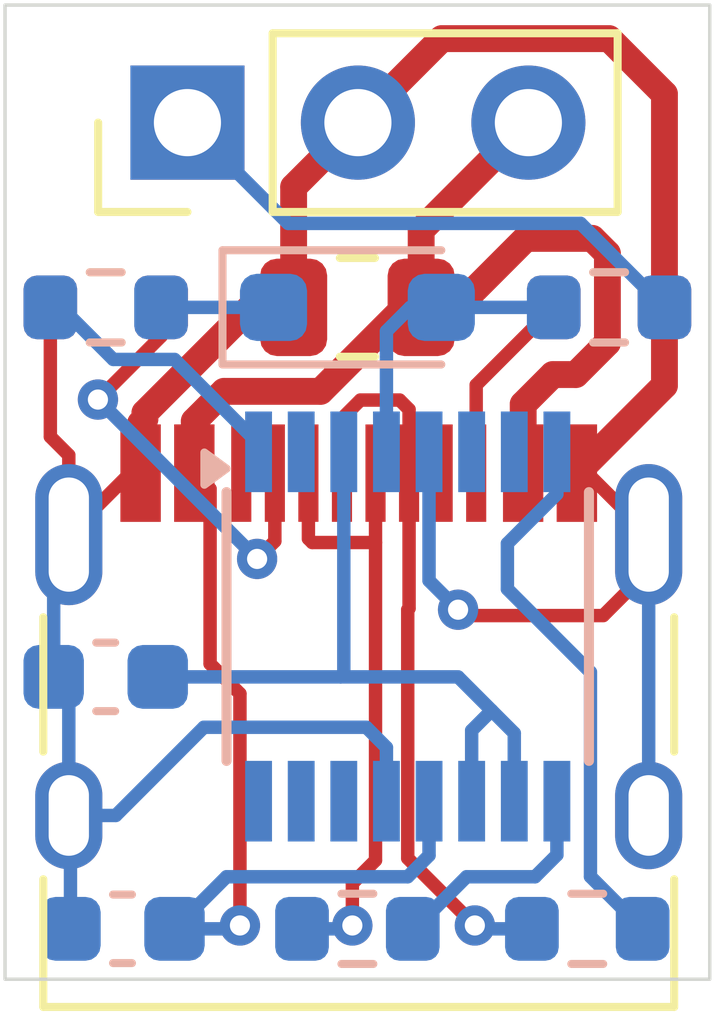
<source format=kicad_pcb>
(kicad_pcb (version 20240108) (generator "pcbnew") (generator_version "8.0")
  (layers (0 "F.Cu" signal) (31 "B.Cu" signal) (34 "B.Paste" user) (35 "F.Paste" user) (36 "B.SilkS" user "B.Silkscreen") (37 "F.SilkS" user "F.Silkscreen") (38 "B.Mask" user) (39 "F.Mask" user) (44 "Edge.Cuts" user))
  (net 0 "")
  (net 9 "GND")
  (net 10 "+3V3")
  (net 11 "+5V")
  (net 12 "Net-(D1-A)")
  (net 13 "Net-(D1-K)")
  (net 14 "Net-(J1-D+-PadA6)")
  (net 15 "Net-(J1-CC2)")
  (net 16 "Net-(J1-D--PadA7)")
  (net 17 "Net-(J1-CC1)")
  (net 18 "/UPDI")
  (net 19 "Net-(U1-USBDM)")
  (net 20 "Net-(U1-USBDP)")
  (net 21 "Net-(U1-TXD)")
  (footprint "Resistor_SMD:R_0603_1608Metric" (layer "F.Cu") (at 99.75 79)
    (property "Reference" "R2" (hide yes))
    (property "Value" "5K1" (hide yes))
    (fp_line (start -0.237258 -0.5225) (end 0.237258 -0.5225) (stroke (width 0.12)) (layer "F.SilkS"))
    (fp_line (start -0.237258 0.5225) (end 0.237258 0.5225) (stroke (width 0.12)) (layer "F.SilkS"))
    (pad "1" smd roundrect (at -0.825 0) (size 0.8 0.95) (layers "F.Cu" "F.Paste" "F.Mask") (net 15 "Net-(J1-CC2)"))
    (pad "2" smd roundrect (at 0.825 0) (size 0.8 0.95) (layers "F.Cu" "F.Paste" "F.Mask") (net 9 "GND"))
  )
  (footprint "Connector_USB:USB_C_Receptacle_HRO_TYPE-C-31-M-12" (layer "F.Cu") (at 96.02 85.5125)
    (property "Reference" "J1" (hide yes))
    (property "Value" "USB_C_Receptacle_USB2.0_16P" (hide yes))
    (fp_line (start -4.7 -1.9) (end -4.7 0.1) (stroke (width 0.12)) (layer "F.SilkS"))
    (fp_line (start -4.7 2) (end -4.7 3.9) (stroke (width 0.12)) (layer "F.SilkS"))
    (fp_line (start -4.7 3.9) (end 4.7 3.9) (stroke (width 0.12)) (layer "F.SilkS"))
    (fp_line (start 4.7 -1.9) (end 4.7 0.1) (stroke (width 0.12)) (layer "F.SilkS"))
    (fp_line (start 4.7 2) (end 4.7 3.9) (stroke (width 0.12)) (layer "F.SilkS"))
    (pad "" np_thru_hole circle (at -2.89 -2.6) (size 0.65 0.65) (drill 0.65) (layers "*.Cu" "*.Mask"))
    (pad "" np_thru_hole circle (at 2.89 -2.6) (size 0.65 0.65) (drill 0.65) (layers "*.Cu" "*.Mask"))
    (pad "A1" smd rect (at -3.25 -4.045) (size 0.6 1.45) (layers "F.Cu" "F.Paste" "F.Mask") (net 9 "GND"))
    (pad "A4" smd rect (at -2.45 -4.045) (size 0.6 1.45) (layers "F.Cu" "F.Paste" "F.Mask") (net 11 "+5V"))
    (pad "A5" smd rect (at -1.25 -4.045) (size 0.3 1.45) (layers "F.Cu" "F.Paste" "F.Mask") (net 17 "Net-(J1-CC1)"))
    (pad "A6" smd rect (at -0.25 -4.045) (size 0.3 1.45) (layers "F.Cu" "F.Paste" "F.Mask") (net 14 "Net-(J1-D+-PadA6)"))
    (pad "A7" smd rect (at 0.25 -4.045) (size 0.3 1.45) (layers "F.Cu" "F.Paste" "F.Mask") (net 16 "Net-(J1-D--PadA7)"))
    (pad "A8" smd rect (at 1.25 -4.045) (size 0.3 1.45) (layers "F.Cu" "F.Paste" "F.Mask"))
    (pad "A9" smd rect (at 2.45 -4.045) (size 0.6 1.45) (layers "F.Cu" "F.Paste" "F.Mask") (net 11 "+5V"))
    (pad "A12" smd rect (at 3.25 -4.045) (size 0.6 1.45) (layers "F.Cu" "F.Paste" "F.Mask") (net 9 "GND"))
    (pad "B1" smd rect (at 3.25 -4.045) (size 0.6 1.45) (layers "F.Cu" "F.Paste" "F.Mask") (net 9 "GND"))
    (pad "B4" smd rect (at 2.45 -4.045) (size 0.6 1.45) (layers "F.Cu" "F.Paste" "F.Mask") (net 11 "+5V"))
    (pad "B5" smd rect (at 1.75 -4.045) (size 0.3 1.45) (layers "F.Cu" "F.Paste" "F.Mask") (net 15 "Net-(J1-CC2)"))
    (pad "B6" smd rect (at 0.75 -4.045) (size 0.3 1.45) (layers "F.Cu" "F.Paste" "F.Mask") (net 14 "Net-(J1-D+-PadA6)"))
    (pad "B7" smd rect (at -0.75 -4.045) (size 0.3 1.45) (layers "F.Cu" "F.Paste" "F.Mask") (net 16 "Net-(J1-D--PadA7)"))
    (pad "B8" smd rect (at -1.75 -4.045) (size 0.3 1.45) (layers "F.Cu" "F.Paste" "F.Mask"))
    (pad "B9" smd rect (at -2.45 -4.045) (size 0.6 1.45) (layers "F.Cu" "F.Paste" "F.Mask") (net 11 "+5V"))
    (pad "B12" smd rect (at -3.25 -4.045) (size 0.6 1.45) (layers "F.Cu" "F.Paste" "F.Mask") (net 9 "GND"))
    (pad "S1" thru_hole oval (at -4.32 -3.13) (size 1 2.1) (drill oval 0.6 1.7) (layers "*.Cu" "*.Mask") (net 9 "GND"))
    (pad "S1" thru_hole oval (at -4.32 1.05) (size 1 1.6) (drill oval 0.6 1.2) (layers "*.Cu" "*.Mask") (net 9 "GND"))
    (pad "S1" thru_hole oval (at 4.32 -3.13) (size 1 2.1) (drill oval 0.6 1.7) (layers "*.Cu" "*.Mask") (net 9 "GND"))
    (pad "S1" thru_hole oval (at 4.32 1.05) (size 1 1.6) (drill oval 0.6 1.2) (layers "*.Cu" "*.Mask") (net 9 "GND"))
  )
  (footprint "Resistor_SMD:R_0603_1608Metric" (layer "F.Cu") (at 92.25 79 180)
    (property "Reference" "R1" (hide yes))
    (property "Value" "5K1" (hide yes))
    (fp_line (start -0.237258 0.5225) (end 0.237258 0.5225) (stroke (width 0.12)) (layer "F.SilkS"))
    (fp_line (start -0.237258 -0.5225) (end 0.237258 -0.5225) (stroke (width 0.12)) (layer "F.SilkS"))
    (pad "1" smd roundrect (at -0.825 0 180) (size 0.8 0.95) (layers "F.Cu" "F.Paste" "F.Mask") (net 17 "Net-(J1-CC1)"))
    (pad "2" smd roundrect (at 0.825 0 180) (size 0.8 0.95) (layers "F.Cu" "F.Paste" "F.Mask") (net 9 "GND"))
  )
  (footprint "Connector_PinHeader_2.54mm:PinHeader_1x03_P2.54mm_Vertical" (layer "F.Cu") (at 93.467657 76.25 90)
    (property "Reference" "J2" (hide yes))
    (property "Value" "Conn_01x03_Pin" (hide yes))
    (fp_line (start -1.33 -1.33) (end 0 -1.33) (stroke (width 0.12)) (layer "F.SilkS"))
    (fp_line (start -1.33 0) (end -1.33 -1.33) (stroke (width 0.12)) (layer "F.SilkS"))
    (fp_line (start 1.33 1.270001) (end 1.33 6.409999) (stroke (width 0.12)) (layer "F.SilkS"))
    (fp_line (start -1.33 1.270001) (end 1.33 1.270001) (stroke (width 0.12)) (layer "F.SilkS"))
    (fp_line (start -1.33 1.270001) (end -1.33 6.409999) (stroke (width 0.12)) (layer "F.SilkS"))
    (fp_line (start -1.33 6.409999) (end 1.33 6.409999) (stroke (width 0.12)) (layer "F.SilkS"))
    (pad "1" thru_hole rect (at 0 0 90) (size 1.7 1.7) (drill 1) (layers "*.Cu" "*.Mask") (net 18 "/UPDI"))
    (pad "2" thru_hole oval (at 0 2.54 90) (size 1.7 1.7) (drill 1) (layers "*.Cu" "*.Mask") (net 9 "GND"))
    (pad "3" thru_hole oval (at 0 5.079999 90) (size 1.7 1.7) (drill 1) (layers "*.Cu" "*.Mask") (net 11 "+5V"))
  )
  (footprint "Capacitor_SMD:C_0805_2012Metric" (layer "F.Cu") (at 96 79 180)
    (property "Reference" "C2" (hide yes))
    (property "Value" "10u" (hide yes))
    (fp_line (start -0.261253 0.735) (end 0.261253 0.735) (stroke (width 0.12)) (layer "F.SilkS"))
    (fp_line (start -0.261253 -0.735) (end 0.261253 -0.735) (stroke (width 0.12)) (layer "F.SilkS"))
    (pad "1" smd roundrect (at -0.949999 0 180) (size 1 1.45) (layers "F.Cu" "F.Paste" "F.Mask") (net 11 "+5V"))
    (pad "2" smd roundrect (at 0.949999 0 180) (size 1 1.45) (layers "F.Cu" "F.Paste" "F.Mask") (net 9 "GND"))
  )
  (footprint "Resistor_SMD:R_0603_1608Metric" (layer "B.Cu") (at 99.75 79)
    (property "Reference" "R6" (hide yes))
    (property "Value" "0R" (hide yes))
    (fp_line (start 0.237258 -0.5225) (end -0.237258 -0.5225) (stroke (width 0.12)) (layer "B.SilkS"))
    (fp_line (start 0.237258 0.5225) (end -0.237258 0.5225) (stroke (width 0.12)) (layer "B.SilkS"))
    (pad "1" smd roundrect (at -0.825 0) (size 0.8 0.95) (layers "B.Cu" "B.Paste" "B.Mask") (net 12 "Net-(D1-A)"))
    (pad "2" smd roundrect (at 0.825 0) (size 0.8 0.95) (layers "B.Cu" "B.Paste" "B.Mask") (net 18 "/UPDI"))
  )
  (footprint "Diode_SMD:D_SOD-323_HandSoldering" (layer "B.Cu") (at 96 79)
    (property "Reference" "D1" (hide yes))
    (property "Value" "D_Schott" (hide yes))
    (fp_line (start -2.01 -0.85) (end -2.01 0.85) (stroke (width 0.12)) (layer "B.SilkS"))
    (fp_line (start 1.25 -0.85) (end -2.01 -0.85) (stroke (width 0.12)) (layer "B.SilkS"))
    (fp_line (start 1.25 0.85) (end -2.01 0.85) (stroke (width 0.12)) (layer "B.SilkS"))
    (pad "1" smd roundrect (at -1.25 0) (size 1 1) (layers "B.Cu" "B.Paste" "B.Mask") (net 13 "Net-(D1-K)"))
    (pad "2" smd roundrect (at 1.25 0) (size 1 1) (layers "B.Cu" "B.Paste" "B.Mask") (net 12 "Net-(D1-A)"))
  )
  (footprint "Capacitor_SMD:C_0603_1608Metric" (layer "B.Cu") (at 92.5 88.25 180)
    (property "Reference" "C3" (hide yes))
    (property "Value" "100n" (hide yes))
    (fp_line (start 0.14058 0.51) (end -0.14058 0.51) (stroke (width 0.12)) (layer "B.SilkS"))
    (fp_line (start 0.14058 -0.51) (end -0.14058 -0.51) (stroke (width 0.12)) (layer "B.SilkS"))
    (pad "1" smd roundrect (at -0.775 0 180) (size 0.9 0.95) (layers "B.Cu" "B.Paste" "B.Mask") (net 11 "+5V"))
    (pad "2" smd roundrect (at 0.775 0 180) (size 0.9 0.95) (layers "B.Cu" "B.Paste" "B.Mask") (net 9 "GND"))
  )
  (footprint "Resistor_SMD:R_0603_1608Metric" (layer "B.Cu") (at 96 88.25)
    (property "Reference" "R3" (hide yes))
    (property "Value" "27R" (hide yes))
    (fp_line (start 0.237258 -0.5225) (end -0.237258 -0.5225) (stroke (width 0.12)) (layer "B.SilkS"))
    (fp_line (start 0.237258 0.5225) (end -0.237258 0.5225) (stroke (width 0.12)) (layer "B.SilkS"))
    (pad "1" smd roundrect (at -0.825 0) (size 0.8 0.95) (layers "B.Cu" "B.Paste" "B.Mask") (net 16 "Net-(J1-D--PadA7)"))
    (pad "2" smd roundrect (at 0.825 0) (size 0.8 0.95) (layers "B.Cu" "B.Paste" "B.Mask") (net 19 "Net-(U1-USBDM)"))
  )
  (footprint "Package_SO:SSOP-16_3.9x4.9mm_P0.635mm" (layer "B.Cu") (at 96.75 83.75 -90)
    (property "Reference" "U1" (hide yes))
    (property "Value" "FT230XS" (hide yes))
    (fp_line (start 2 2.7) (end -2 2.7) (stroke (width 0.15)) (layer "B.SilkS"))
    (fp_line (start 2 -2.7) (end -2 -2.7) (stroke (width 0.15)) (layer "B.SilkS"))
    (fp_poly (pts (xy -2.35 2.7) (xy -2.59 3.03) (xy -2.11 3.03) (xy -2.35 2.7)) (stroke (width 0.12)) (fill solid) (layer "B.SilkS"))
    (pad "1" smd rect (at -2.6 2.2225 270) (size 1.2 0.4) (layers "B.Cu" "B.Paste" "B.Mask") (net 21 "Net-(U1-TXD)"))
    (pad "2" smd rect (at -2.600001 1.5875 270) (size 1.2 0.4) (layers "B.Cu" "B.Paste" "B.Mask"))
    (pad "3" smd rect (at -2.6 0.9525 270) (size 1.2 0.4) (layers "B.Cu" "B.Paste" "B.Mask") (net 10 "+3V3"))
    (pad "4" smd rect (at -2.6 0.3175 270) (size 1.2 0.4) (layers "B.Cu" "B.Paste" "B.Mask") (net 12 "Net-(D1-A)"))
    (pad "5" smd rect (at -2.6 -0.3175 270) (size 1.2 0.4) (layers "B.Cu" "B.Paste" "B.Mask") (net 9 "GND"))
    (pad "6" smd rect (at -2.6 -0.9525 270) (size 1.2 0.4) (layers "B.Cu" "B.Paste" "B.Mask"))
    (pad "7" smd rect (at -2.600001 -1.5875 270) (size 1.2 0.4) (layers "B.Cu" "B.Paste" "B.Mask"))
    (pad "8" smd rect (at -2.6 -2.2225 270) (size 1.2 0.4) (layers "B.Cu" "B.Paste" "B.Mask") (net 20 "Net-(U1-USBDP)"))
    (pad "9" smd rect (at 2.6 -2.2225 270) (size 1.2 0.4) (layers "B.Cu" "B.Paste" "B.Mask") (net 19 "Net-(U1-USBDM)"))
    (pad "10" smd rect (at 2.600001 -1.5875 270) (size 1.2 0.4) (layers "B.Cu" "B.Paste" "B.Mask") (net 10 "+3V3"))
    (pad "11" smd rect (at 2.6 -0.9525 270) (size 1.2 0.4) (layers "B.Cu" "B.Paste" "B.Mask") (net 10 "+3V3"))
    (pad "12" smd rect (at 2.6 -0.3175 270) (size 1.2 0.4) (layers "B.Cu" "B.Paste" "B.Mask") (net 11 "+5V"))
    (pad "13" smd rect (at 2.6 0.3175 270) (size 1.2 0.4) (layers "B.Cu" "B.Paste" "B.Mask") (net 9 "GND"))
    (pad "14" smd rect (at 2.6 0.9525 270) (size 1.2 0.4) (layers "B.Cu" "B.Paste" "B.Mask"))
    (pad "15" smd rect (at 2.600001 1.5875 270) (size 1.2 0.4) (layers "B.Cu" "B.Paste" "B.Mask"))
    (pad "16" smd rect (at 2.6 2.2225 270) (size 1.2 0.4) (layers "B.Cu" "B.Paste" "B.Mask"))
  )
  (footprint "Resistor_SMD:R_0603_1608Metric" (layer "B.Cu") (at 92.25 79)
    (property "Reference" "R5" (hide yes))
    (property "Value" "470R" (hide yes))
    (fp_line (start 0.237258 -0.5225) (end -0.237258 -0.5225) (stroke (width 0.12)) (layer "B.SilkS"))
    (fp_line (start 0.237258 0.5225) (end -0.237258 0.5225) (stroke (width 0.12)) (layer "B.SilkS"))
    (pad "1" smd roundrect (at -0.825 0) (size 0.8 0.95) (layers "B.Cu" "B.Paste" "B.Mask") (net 21 "Net-(U1-TXD)"))
    (pad "2" smd roundrect (at 0.825 0) (size 0.8 0.95) (layers "B.Cu" "B.Paste" "B.Mask") (net 13 "Net-(D1-K)"))
  )
  (footprint "Capacitor_SMD:C_0603_1608Metric" (layer "B.Cu") (at 92.25 84.5 180)
    (property "Reference" "C1" (hide yes))
    (property "Value" "100n" (hide yes))
    (fp_line (start 0.140581 0.51) (end -0.140581 0.51) (stroke (width 0.12)) (layer "B.SilkS"))
    (fp_line (start 0.140581 -0.51) (end -0.140581 -0.51) (stroke (width 0.12)) (layer "B.SilkS"))
    (pad "1" smd roundrect (at -0.775 0 180) (size 0.9 0.95) (layers "B.Cu" "B.Paste" "B.Mask") (net 10 "+3V3"))
    (pad "2" smd roundrect (at 0.775 0 180) (size 0.9 0.95) (layers "B.Cu" "B.Paste" "B.Mask") (net 9 "GND"))
  )
  (footprint "Resistor_SMD:R_0603_1608Metric" (layer "B.Cu") (at 99.425 88.25)
    (property "Reference" "R4" (hide yes))
    (property "Value" "27R" (hide yes))
    (fp_line (start 0.237258 -0.5225) (end -0.237258 -0.5225) (stroke (width 0.12)) (layer "B.SilkS"))
    (fp_line (start 0.237258 0.5225) (end -0.237258 0.5225) (stroke (width 0.12)) (layer "B.SilkS"))
    (pad "1" smd roundrect (at -0.825 0) (size 0.8 0.95) (layers "B.Cu" "B.Paste" "B.Mask") (net 14 "Net-(J1-D+-PadA6)"))
    (pad "2" smd roundrect (at 0.825 0) (size 0.8 0.95) (layers "B.Cu" "B.Paste" "B.Mask") (net 20 "Net-(U1-USBDP)"))
  )
  (gr_rect (start 90.75 74.5) (end 101.25 89) (stroke (width 0.05)) (fill none) (layer "Edge.Cuts"))
  (segment (start 97.5 83.5) (end 97.5875 83.5875) (width 0.2) (layer "F.Cu") (net 9))
  (segment (start 99.6625 83.5875) (end 100.34 82.91) (width 0.2) (layer "F.Cu") (net 9))
  (segment (start 97.257657 75) (end 96.007657 76.25) (width 0.4) (layer "F.Cu") (net 9))
  (segment (start 92.834043 80.662133) (end 92.834043 80.570027) (width 0.4) (layer "F.Cu") (net 9))
  (segment (start 100.575 75.825) (end 99.75 75) (width 0.4) (layer "F.Cu") (net 9))
  (segment (start 92.834043 80.570027) (end 94.40407 79) (width 0.4) (layer "F.Cu") (net 9))
  (segment (start 99.27 81.4675) (end 99.425 81.4675) (width 0.2) (layer "F.Cu") (net 9))
  (segment (start 91.425 80.925) (end 91.7 81.2) (width 0.2) (layer "F.Cu") (net 9))
  (segment (start 99.27 81.4675) (end 100.575 80.1625) (width 0.4) (layer "F.Cu") (net 9))
  (segment (start 95.050001 79) (end 95.050001 77.207656) (width 0.4) (layer "F.Cu") (net 9))
  (segment (start 100.34 82.91) (end 100.34 82.3825) (width 0.2) (layer "F.Cu") (net 9))
  (segment (start 94.40407 79) (end 95.050001 79) (width 0.4) (layer "F.Cu") (net 9))
  (segment (start 100.575 79) (end 100.575 75.825) (width 0.4) (layer "F.Cu") (net 9))
  (segment (start 99.425 81.4675) (end 100.34 82.3825) (width 0.2) (layer "F.Cu") (net 9))
  (segment (start 92.77 81.4675) (end 92.615 81.4675) (width 0.2) (layer "F.Cu") (net 9))
  (segment (start 92.615 81.4675) (end 91.7 82.3825) (width 0.2) (layer "F.Cu") (net 9))
  (segment (start 97.5875 83.5875) (end 99.6625 83.5875) (width 0.2) (layer "F.Cu") (net 9))
  (segment (start 99.75 75) (end 97.257657 75) (width 0.4) (layer "F.Cu") (net 9))
  (segment (start 95.050001 77.207656) (end 96.007657 76.25) (width 0.4) (layer "F.Cu") (net 9))
  (segment (start 91.425 79) (end 91.425 80.925) (width 0.2) (layer "F.Cu") (net 9))
  (segment (start 91.7 81.2) (end 91.7 82.3825) (width 0.2) (layer "F.Cu") (net 9))
  (segment (start 100.575 80.1625) (end 100.575 79) (width 0.4) (layer "F.Cu") (net 9))
  (segment (start 92.77 80.726176) (end 92.834043 80.662133) (width 0.4) (layer "F.Cu") (net 9))
  (segment (start 92.77 81.4675) (end 92.77 80.726176) (width 0.4) (layer "F.Cu") (net 9))
  (via (at 97.5 83.5) (size 0.6) (drill 0.3) (layers "F.Cu" "B.Cu") (net 9))
  (segment (start 92.4 86.5625) (end 93.7125 85.25) (width 0.2) (layer "B.Cu") (net 9))
  (segment (start 91.7 84.725) (end 91.475 84.5) (width 0.2) (layer "B.Cu") (net 9))
  (segment (start 91.725 88.25) (end 91.725 86.5875) (width 0.2) (layer "B.Cu") (net 9))
  (segment (start 96.4325 85.55) (end 96.4325 86.35) (width 0.2) (layer "B.Cu") (net 9))
  (segment (start 91.475 84.5) (end 91.475 82.6075) (width 0.2) (layer "B.Cu") (net 9))
  (segment (start 96.1325 85.25) (end 96.4325 85.55) (width 0.2) (layer "B.Cu") (net 9))
  (segment (start 93.7125 85.25) (end 96.1325 85.25) (width 0.2) (layer "B.Cu") (net 9))
  (segment (start 91.7 86.5625) (end 91.7 84.725) (width 0.2) (layer "B.Cu") (net 9))
  (segment (start 97.5 83.5) (end 97.0675 83.0675) (width 0.2) (layer "B.Cu") (net 9))
  (segment (start 91.725 86.5875) (end 91.7 86.5625) (width 0.2) (layer "B.Cu") (net 9))
  (segment (start 91.7 86.5625) (end 92.4 86.5625) (width 0.2) (layer "B.Cu") (net 9))
  (segment (start 100.34 86.5625) (end 100.34 82.3825) (width 0.2) (layer "B.Cu") (net 9))
  (segment (start 97.0675 83.0675) (end 97.0675 81.15) (width 0.2) (layer "B.Cu") (net 9))
  (segment (start 91.475 82.6075) (end 91.7 82.3825) (width 0.2) (layer "B.Cu") (net 9))
  (segment (start 95.7975 81.15) (end 95.7975 84.4525) (width 0.2) (layer "B.Cu") (net 10))
  (segment (start 95.7975 84.4525) (end 95.75 84.5) (width 0.2) (layer "B.Cu") (net 10))
  (segment (start 97.7025 85.2975) (end 98 85) (width 0.2) (layer "B.Cu") (net 10))
  (segment (start 93.025 84.5) (end 95.75 84.5) (width 0.2) (layer "B.Cu") (net 10))
  (segment (start 98 85) (end 98.3375 85.3375) (width 0.2) (layer "B.Cu") (net 10))
  (segment (start 98.3375 85.3375) (end 98.3375 86.350001) (width 0.2) (layer "B.Cu") (net 10))
  (segment (start 97.5 84.5) (end 98 85) (width 0.2) (layer "B.Cu") (net 10))
  (segment (start 95.75 84.5) (end 97.5 84.5) (width 0.2) (layer "B.Cu") (net 10))
  (segment (start 97.7025 86.35) (end 97.7025 85.2975) (width 0.2) (layer "B.Cu") (net 10))
  (segment (start 99.725 78.198419) (end 99.5 77.973419) (width 0.4) (layer "F.Cu") (net 11))
  (segment (start 93.57 80.693341) (end 94.013341 80.25) (width 0.4) (layer "F.Cu") (net 11))
  (segment (start 99.5 77.973419) (end 98.51071 77.973419) (width 0.4) (layer "F.Cu") (net 11))
  (segment (start 94.25 88.2) (end 94.25 84.75) (width 0.2) (layer "F.Cu") (net 11))
  (segment (start 94.25 84.75) (end 93.805 84.305) (width 0.2) (layer "F.Cu") (net 11))
  (segment (start 94.013341 80.25) (end 95.451167 80.25) (width 0.4) (layer "F.Cu") (net 11))
  (segment (start 98.9125 80) (end 99.25407 80) (width 0.4) (layer "F.Cu") (net 11))
  (segment (start 93.57 81.4675) (end 93.57 80.693341) (width 0.4) (layer "F.Cu") (net 11))
  (segment (start 98.51071 77.973419) (end 97.484129 79) (width 0.4) (layer "F.Cu") (net 11))
  (segment (start 98.47 80.4425) (end 98.9125 80) (width 0.4) (layer "F.Cu") (net 11))
  (segment (start 95.451167 80.25) (end 96.701167 79) (width 0.4) (layer "F.Cu") (net 11))
  (segment (start 99.725 79.52907) (end 99.725 78.198419) (width 0.4) (layer "F.Cu") (net 11))
  (segment (start 93.805 84.305) (end 93.805 81.7025) (width 0.2) (layer "F.Cu") (net 11))
  (segment (start 96.949999 77.847657) (end 98.547656 76.25) (width 0.4) (layer "F.Cu") (net 11))
  (segment (start 97.484129 79) (end 96.949999 79) (width 0.4) (layer "F.Cu") (net 11))
  (segment (start 96.701167 79) (end 96.949999 79) (width 0.4) (layer "F.Cu") (net 11))
  (segment (start 96.949999 79) (end 96.949999 77.847657) (width 0.4) (layer "F.Cu") (net 11))
  (segment (start 93.805 81.7025) (end 93.57 81.4675) (width 0.2) (layer "F.Cu") (net 11))
  (segment (start 98.47 81.4675) (end 98.47 80.4425) (width 0.4) (layer "F.Cu") (net 11))
  (segment (start 99.25407 80) (end 99.725 79.52907) (width 0.4) (layer "F.Cu") (net 11))
  (via (at 94.25 88.2) (size 0.6) (drill 0.3) (layers "F.Cu" "B.Cu") (net 11))
  (segment (start 93.275 88.25) (end 94 88.25) (width 0.2) (layer "B.Cu") (net 11))
  (segment (start 96.75 87.475) (end 97.0675 87.1575) (width 0.2) (layer "B.Cu") (net 11))
  (segment (start 97.0675 87.1575) (end 97.0675 86.35) (width 0.2) (layer "B.Cu") (net 11))
  (segment (start 93.275 88.25) (end 94.05 87.475) (width 0.2) (layer "B.Cu") (net 11))
  (segment (start 94 88.25) (end 94.2 88.25) (width 0.2) (layer "B.Cu") (net 11))
  (segment (start 94.2 88.25) (end 94.25 88.2) (width 0.2) (layer "B.Cu") (net 11))
  (segment (start 94.05 87.475) (end 96.75 87.475) (width 0.2) (layer "B.Cu") (net 11))
  (segment (start 96.4325 81.15) (end 96.4325 79.355001) (width 0.2) (layer "B.Cu") (net 12))
  (segment (start 96.787501 79) (end 98.925 79) (width 0.2) (layer "B.Cu") (net 12))
  (segment (start 96.4325 79.355001) (end 96.787501 79) (width 0.2) (layer "B.Cu") (net 12))
  (segment (start 93.075 79) (end 94.75 79) (width 0.2) (layer "B.Cu") (net 13))
  (segment (start 96.75 87.2) (end 96.75 83.5) (width 0.2) (layer "F.Cu") (net 14))
  (segment (start 95.77 81.4675) (end 95.77 80.65437) (width 0.2) (layer "F.Cu") (net 14))
  (segment (start 97.75 88.2) (end 96.75 87.2) (width 0.2) (layer "F.Cu") (net 14))
  (segment (start 96.75 83.5) (end 96.77 83.48) (width 0.2) (layer "F.Cu") (net 14))
  (segment (start 96.77 80.52) (end 96.77 81.4675) (width 0.2) (layer "F.Cu") (net 14))
  (segment (start 96.044918 80.379452) (end 96.629452 80.379452) (width 0.2) (layer "F.Cu") (net 14))
  (segment (start 96.77 83.48) (end 96.77 81.4675) (width 0.2) (layer "F.Cu") (net 14))
  (segment (start 95.77 80.65437) (end 96.044918 80.379452) (width 0.2) (layer "F.Cu") (net 14))
  (segment (start 96.629452 80.379452) (end 96.77 80.52) (width 0.2) (layer "F.Cu") (net 14))
  (via (at 97.75 88.2) (size 0.6) (drill 0.3) (layers "F.Cu" "B.Cu") (net 14))
  (segment (start 97.8 88.25) (end 97.75 88.2) (width 0.2) (layer "B.Cu") (net 14))
  (segment (start 98.6 88.25) (end 97.8 88.25) (width 0.2) (layer "B.Cu") (net 14))
  (segment (start 99.07 79.145) (end 98.925 79) (width 0.2) (layer "F.Cu") (net 15))
  (segment (start 97.77 80.155) (end 98.925 79) (width 0.2) (layer "F.Cu") (net 15))
  (segment (start 97.77 81.4675) (end 97.77 80.155) (width 0.2) (layer "F.Cu") (net 15))
  (segment (start 95.27 82.4425) (end 95.3275 82.5) (width 0.2) (layer "F.Cu") (net 16))
  (segment (start 95.925 88.2) (end 95.925 87.575) (width 0.2) (layer "F.Cu") (net 16))
  (segment (start 95.3275 82.5) (end 96.27 82.5) (width 0.2) (layer "F.Cu") (net 16))
  (segment (start 96.27 82.5) (end 96.27 81.4675) (width 0.2) (layer "F.Cu") (net 16))
  (segment (start 95.925 87.575) (end 96.27 87.23) (width 0.2) (layer "F.Cu") (net 16))
  (segment (start 96.27 87.23) (end 96.27 82.5) (width 0.2) (layer "F.Cu") (net 16))
  (segment (start 95.27 81.4675) (end 95.27 82.4425) (width 0.2) (layer "F.Cu") (net 16))
  (via (at 95.925 88.2) (size 0.6) (drill 0.3) (layers "F.Cu" "B.Cu") (net 16))
  (segment (start 95.875 88.25) (end 95.925 88.2) (width 0.2) (layer "B.Cu") (net 16))
  (segment (start 95.175 88.25) (end 95.875 88.25) (width 0.2) (layer "B.Cu") (net 16))
  (segment (start 93.075 79.431226) (end 93.075 79) (width 0.2) (layer "F.Cu") (net 17))
  (segment (start 92.9 79.175) (end 93.075 79) (width 0.2) (layer "F.Cu") (net 17))
  (segment (start 94.50593 82.74407) (end 94.77 82.48) (width 0.2) (layer "F.Cu") (net 17))
  (segment (start 92.134043 80.372183) (end 93.075 79.431226) (width 0.2) (layer "F.Cu") (net 17))
  (segment (start 94.77 82.48) (end 94.77 81.4675) (width 0.2) (layer "F.Cu") (net 17))
  (via (at 92.134043 80.372183) (size 0.6) (drill 0.3) (layers "F.Cu" "B.Cu") (net 17))
  (via (at 94.50593 82.74407) (size 0.6) (drill 0.3) (layers "F.Cu" "B.Cu") (net 17))
  (segment (start 94.50593 82.74407) (end 92.134043 80.372183) (width 0.2) (layer "B.Cu") (net 17))
  (segment (start 100.575 79) (end 99.325 77.75) (width 0.2) (layer "B.Cu") (net 18))
  (segment (start 94.967657 77.75) (end 93.467657 76.25) (width 0.2) (layer "B.Cu") (net 18))
  (segment (start 99.325 77.75) (end 94.967657 77.75) (width 0.2) (layer "B.Cu") (net 18))
  (segment (start 96.825 88.25) (end 96.851471 88.25) (width 0.2) (layer "B.Cu") (net 19))
  (segment (start 97.626471 87.475) (end 98.6475 87.475) (width 0.2) (layer "B.Cu") (net 19))
  (segment (start 96.851471 88.25) (end 97.626471 87.475) (width 0.2) (layer "B.Cu") (net 19))
  (segment (start 98.6475 87.475) (end 98.9725 87.15) (width 0.2) (layer "B.Cu") (net 19))
  (segment (start 98.9725 87.15) (end 98.9725 86.35) (width 0.2) (layer "B.Cu") (net 19))
  (segment (start 98.235 83.192094) (end 98.235 82.515) (width 0.2) (layer "B.Cu") (net 20))
  (segment (start 99.4725 87.4725) (end 99.4725 84.429594) (width 0.2) (layer "B.Cu") (net 20))
  (segment (start 98.9725 81.7775) (end 98.9725 81.15) (width 0.2) (layer "B.Cu") (net 20))
  (segment (start 99.4725 84.429594) (end 98.235 83.192094) (width 0.2) (layer "B.Cu") (net 20))
  (segment (start 100.25 88.25) (end 99.4725 87.4725) (width 0.2) (layer "B.Cu") (net 20))
  (segment (start 98.235 82.515) (end 98.9725 81.7775) (width 0.2) (layer "B.Cu") (net 20))
  (segment (start 93.275 79.775) (end 92.3625 79.775) (width 0.2) (layer "B.Cu") (net 21))
  (segment (start 92.3625 79.775) (end 91.5875 79) (width 0.2) (layer "B.Cu") (net 21))
  (segment (start 91.5875 79) (end 91.425 79) (width 0.2) (layer "B.Cu") (net 21))
  (segment (start 94.5275 81.15) (end 94.5275 81.0275) (width 0.2) (layer "B.Cu") (net 21))
  (segment (start 94.5275 81.0275) (end 93.275 79.775) (width 0.2) (layer "B.Cu") (net 21))
)
</source>
